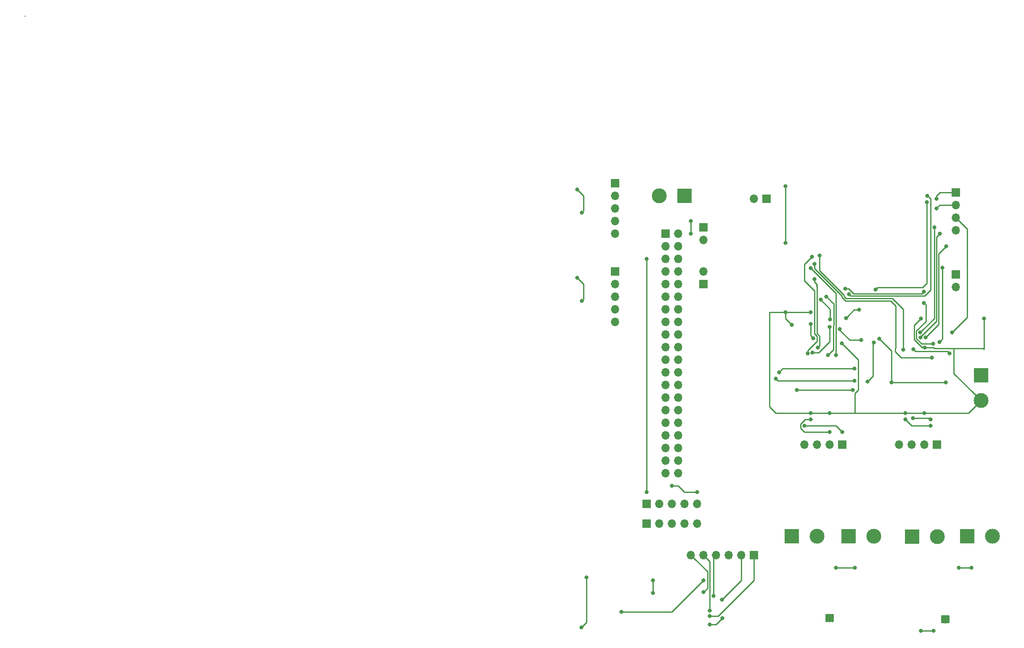
<source format=gbr>
G04 #@! TF.GenerationSoftware,KiCad,Pcbnew,(5.1.4-0-10_14)*
G04 #@! TF.CreationDate,2019-11-07T21:51:41+09:00*
G04 #@! TF.ProjectId,underwater,756e6465-7277-4617-9465-722e6b696361,rev?*
G04 #@! TF.SameCoordinates,Original*
G04 #@! TF.FileFunction,Copper,L2,Bot*
G04 #@! TF.FilePolarity,Positive*
%FSLAX46Y46*%
G04 Gerber Fmt 4.6, Leading zero omitted, Abs format (unit mm)*
G04 Created by KiCad (PCBNEW (5.1.4-0-10_14)) date 2019-11-07 21:51:41*
%MOMM*%
%LPD*%
G04 APERTURE LIST*
%ADD10R,1.700000X1.700000*%
%ADD11O,1.700000X1.700000*%
%ADD12C,0.500000*%
%ADD13C,0.100000*%
%ADD14C,1.680000*%
%ADD15C,3.000000*%
%ADD16R,3.000000X3.000000*%
%ADD17C,0.800000*%
%ADD18C,0.250000*%
G04 APERTURE END LIST*
D10*
X125095000Y-102235000D03*
D11*
X127635000Y-102235000D03*
X130175000Y-102235000D03*
X132715000Y-102235000D03*
X135255000Y-102235000D03*
X135255000Y-98299999D03*
X132715000Y-98299999D03*
X130175000Y-98299999D03*
X127635000Y-98299999D03*
D10*
X125095000Y-98299999D03*
X128905000Y-43815000D03*
D11*
X131445000Y-43815000D03*
X128905000Y-46355000D03*
X131445000Y-46355000D03*
X128905000Y-48895000D03*
X131445000Y-48895000D03*
X128905000Y-51435000D03*
X131445000Y-51435000D03*
X128905000Y-53975000D03*
X131445000Y-53975000D03*
X128905000Y-56515000D03*
X131445000Y-56515000D03*
X128905000Y-59055000D03*
X131445000Y-59055000D03*
X128905000Y-61595000D03*
X131445000Y-61595000D03*
X128905000Y-64135000D03*
X131445000Y-64135000D03*
X128905000Y-66675000D03*
X131445000Y-66675000D03*
X128905000Y-69215000D03*
X131445000Y-69215000D03*
X128905000Y-71755000D03*
X131445000Y-71755000D03*
X128905000Y-74295000D03*
X131445000Y-74295000D03*
X128905000Y-76835000D03*
X131445000Y-76835000D03*
X128905000Y-79375000D03*
X131445000Y-79375000D03*
X128905000Y-81915000D03*
X131445000Y-81915000D03*
X128905000Y-84455000D03*
X131445000Y-84455000D03*
X128905000Y-86995000D03*
X131445000Y-86995000D03*
X128905000Y-89535000D03*
X131445000Y-89535000D03*
X128905000Y-92075000D03*
X131445000Y-92075000D03*
D12*
X184637500Y-122125000D03*
X184637500Y-120945000D03*
X185817500Y-122125000D03*
X185817500Y-120945000D03*
D13*
G36*
X185842004Y-120696204D02*
G01*
X185866273Y-120699804D01*
X185890071Y-120705765D01*
X185913171Y-120714030D01*
X185935349Y-120724520D01*
X185956393Y-120737133D01*
X185976098Y-120751747D01*
X185994277Y-120768223D01*
X186010753Y-120786402D01*
X186025367Y-120806107D01*
X186037980Y-120827151D01*
X186048470Y-120849329D01*
X186056735Y-120872429D01*
X186062696Y-120896227D01*
X186066296Y-120920496D01*
X186067500Y-120945000D01*
X186067500Y-122125000D01*
X186066296Y-122149504D01*
X186062696Y-122173773D01*
X186056735Y-122197571D01*
X186048470Y-122220671D01*
X186037980Y-122242849D01*
X186025367Y-122263893D01*
X186010753Y-122283598D01*
X185994277Y-122301777D01*
X185976098Y-122318253D01*
X185956393Y-122332867D01*
X185935349Y-122345480D01*
X185913171Y-122355970D01*
X185890071Y-122364235D01*
X185866273Y-122370196D01*
X185842004Y-122373796D01*
X185817500Y-122375000D01*
X184637500Y-122375000D01*
X184612996Y-122373796D01*
X184588727Y-122370196D01*
X184564929Y-122364235D01*
X184541829Y-122355970D01*
X184519651Y-122345480D01*
X184498607Y-122332867D01*
X184478902Y-122318253D01*
X184460723Y-122301777D01*
X184444247Y-122283598D01*
X184429633Y-122263893D01*
X184417020Y-122242849D01*
X184406530Y-122220671D01*
X184398265Y-122197571D01*
X184392304Y-122173773D01*
X184388704Y-122149504D01*
X184387500Y-122125000D01*
X184387500Y-120945000D01*
X184388704Y-120920496D01*
X184392304Y-120896227D01*
X184398265Y-120872429D01*
X184406530Y-120849329D01*
X184417020Y-120827151D01*
X184429633Y-120806107D01*
X184444247Y-120786402D01*
X184460723Y-120768223D01*
X184478902Y-120751747D01*
X184498607Y-120737133D01*
X184519651Y-120724520D01*
X184541829Y-120714030D01*
X184564929Y-120705765D01*
X184588727Y-120699804D01*
X184612996Y-120696204D01*
X184637500Y-120695000D01*
X185817500Y-120695000D01*
X185842004Y-120696204D01*
X185842004Y-120696204D01*
G37*
D14*
X185227500Y-121535000D03*
D13*
G36*
X162539504Y-120446204D02*
G01*
X162563773Y-120449804D01*
X162587571Y-120455765D01*
X162610671Y-120464030D01*
X162632849Y-120474520D01*
X162653893Y-120487133D01*
X162673598Y-120501747D01*
X162691777Y-120518223D01*
X162708253Y-120536402D01*
X162722867Y-120556107D01*
X162735480Y-120577151D01*
X162745970Y-120599329D01*
X162754235Y-120622429D01*
X162760196Y-120646227D01*
X162763796Y-120670496D01*
X162765000Y-120695000D01*
X162765000Y-121875000D01*
X162763796Y-121899504D01*
X162760196Y-121923773D01*
X162754235Y-121947571D01*
X162745970Y-121970671D01*
X162735480Y-121992849D01*
X162722867Y-122013893D01*
X162708253Y-122033598D01*
X162691777Y-122051777D01*
X162673598Y-122068253D01*
X162653893Y-122082867D01*
X162632849Y-122095480D01*
X162610671Y-122105970D01*
X162587571Y-122114235D01*
X162563773Y-122120196D01*
X162539504Y-122123796D01*
X162515000Y-122125000D01*
X161335000Y-122125000D01*
X161310496Y-122123796D01*
X161286227Y-122120196D01*
X161262429Y-122114235D01*
X161239329Y-122105970D01*
X161217151Y-122095480D01*
X161196107Y-122082867D01*
X161176402Y-122068253D01*
X161158223Y-122051777D01*
X161141747Y-122033598D01*
X161127133Y-122013893D01*
X161114520Y-121992849D01*
X161104030Y-121970671D01*
X161095765Y-121947571D01*
X161089804Y-121923773D01*
X161086204Y-121899504D01*
X161085000Y-121875000D01*
X161085000Y-120695000D01*
X161086204Y-120670496D01*
X161089804Y-120646227D01*
X161095765Y-120622429D01*
X161104030Y-120599329D01*
X161114520Y-120577151D01*
X161127133Y-120556107D01*
X161141747Y-120536402D01*
X161158223Y-120518223D01*
X161176402Y-120501747D01*
X161196107Y-120487133D01*
X161217151Y-120474520D01*
X161239329Y-120464030D01*
X161262429Y-120455765D01*
X161286227Y-120449804D01*
X161310496Y-120446204D01*
X161335000Y-120445000D01*
X162515000Y-120445000D01*
X162539504Y-120446204D01*
X162539504Y-120446204D01*
G37*
D14*
X161925000Y-121285000D03*
D12*
X162515000Y-120695000D03*
X162515000Y-121875000D03*
X161335000Y-120695000D03*
X161335000Y-121875000D03*
D15*
X183642000Y-104902000D03*
D16*
X178562000Y-104902000D03*
X189611000Y-104775000D03*
D15*
X194691000Y-104775000D03*
D16*
X132715000Y-36195000D03*
D15*
X127635000Y-36195000D03*
D10*
X136525000Y-53975000D03*
D11*
X136525000Y-51435000D03*
X118745000Y-43815000D03*
X118745000Y-41275000D03*
X118745000Y-38735000D03*
X118745000Y-36195000D03*
D10*
X118745000Y-33655000D03*
X118745000Y-51435000D03*
D11*
X118745000Y-53975000D03*
X118745000Y-56515000D03*
X118745000Y-59055000D03*
X118745000Y-61595000D03*
D10*
X146685000Y-108585000D03*
D11*
X144145000Y-108585000D03*
X141605000Y-108585000D03*
X139065000Y-108585000D03*
X136525000Y-108585000D03*
X133985000Y-108585000D03*
D10*
X136525000Y-42545000D03*
D11*
X136525000Y-45085000D03*
X146685000Y-36830000D03*
D10*
X149225000Y-36830000D03*
D11*
X187325000Y-54610000D03*
D10*
X187325000Y-52070000D03*
X187325000Y-35560000D03*
D11*
X187325000Y-38100000D03*
X187325000Y-40640000D03*
X187325000Y-43180000D03*
D16*
X154305000Y-104775000D03*
D15*
X159385000Y-104775000D03*
X170815000Y-104775000D03*
D16*
X165735000Y-104775000D03*
D15*
X192405000Y-77470000D03*
D16*
X192405000Y-72390000D03*
D11*
X156845000Y-86360000D03*
X159385000Y-86360000D03*
X161925000Y-86360000D03*
D10*
X164465000Y-86360000D03*
X183515000Y-86360000D03*
D11*
X180975000Y-86360000D03*
X178435000Y-86360000D03*
X175895000Y-86360000D03*
D17*
X187880000Y-111125000D03*
X190500000Y-111125000D03*
X167005000Y-111125000D03*
X163195000Y-111125000D03*
X153035000Y-45720000D03*
X153035000Y-34290000D03*
X153035000Y-59690000D03*
X158115000Y-59690000D03*
X158115000Y-80010000D03*
X161925000Y-80010000D03*
X177165000Y-80010000D03*
X180975000Y-80010000D03*
X138520000Y-116840000D03*
X135255000Y-95885000D03*
X130175000Y-94615000D03*
X164399142Y-65974142D03*
X154305000Y-62230000D03*
X180340000Y-60960000D03*
X193040000Y-60960000D03*
X181102000Y-66802000D03*
X126365000Y-113665000D03*
X126365000Y-116205000D03*
X112025000Y-39635000D03*
X111125000Y-34925000D03*
X112025000Y-57415000D03*
X111125000Y-52705000D03*
X133985000Y-43815000D03*
X133985000Y-41275000D03*
X125095000Y-48895000D03*
X125095000Y-95885000D03*
X185293000Y-73787000D03*
X174371000Y-73787000D03*
X155321000Y-75311000D03*
X166624004Y-75311000D03*
X158105990Y-62093990D03*
X158623000Y-64897000D03*
X171958000Y-65024000D03*
X168275000Y-65278000D03*
X163920000Y-63087427D03*
X186563000Y-63754004D03*
X186055000Y-67945000D03*
X178805000Y-67097000D03*
X182880000Y-123825000D03*
X182880000Y-123825000D03*
X180340000Y-123825000D03*
X137795000Y-119765000D03*
X140244999Y-117565001D03*
X137795000Y-120878600D03*
X136525000Y-116115000D03*
X120015000Y-120015000D03*
X136525000Y-113665000D03*
X137795000Y-122555000D03*
X140335000Y-121285000D03*
X158115000Y-50800000D03*
X163195000Y-68326000D03*
X158840000Y-49989363D03*
X182470885Y-68802849D03*
X157506402Y-67961945D03*
X158368998Y-48514000D03*
X159893000Y-48260000D03*
X176784000Y-67183000D03*
X159516660Y-66806660D03*
X158876996Y-52959000D03*
X160110000Y-57150000D03*
X165050152Y-54920154D03*
X180862654Y-55559561D03*
X162052000Y-61087000D03*
X161290000Y-56515000D03*
X161601606Y-68282562D03*
X180885000Y-57785000D03*
X182762413Y-66076990D03*
X184658000Y-50673000D03*
X184009776Y-65698962D03*
X185420000Y-46355000D03*
X181251624Y-64764411D03*
X184150000Y-43815000D03*
X180252192Y-64798462D03*
X182970000Y-42545000D03*
X151765000Y-71755000D03*
X166945844Y-71033261D03*
X180136026Y-63755332D03*
X183425000Y-38735000D03*
X183425000Y-36830000D03*
X181520000Y-37465000D03*
X169545000Y-73660000D03*
X151130000Y-73025000D03*
X166949015Y-73446251D03*
X170815000Y-65786000D03*
X171196000Y-55118000D03*
X181610000Y-36195000D03*
X158496002Y-67818000D03*
X165825010Y-56082011D03*
X161925000Y-62611000D03*
X167894000Y-59182000D03*
X165227000Y-60833000D03*
X161925000Y-83820000D03*
X158115000Y-81280000D03*
X156845000Y-82550000D03*
X164465000Y-83820000D03*
X177165000Y-81280000D03*
X182245000Y-82550000D03*
X178730000Y-80985000D03*
X182245000Y-81280000D03*
X113011500Y-113138500D03*
X112014000Y-123190000D03*
D18*
X187880000Y-111125000D02*
X190500000Y-111125000D01*
X167005000Y-111125000D02*
X163195000Y-111125000D01*
X153035000Y-45720000D02*
X153035000Y-34290000D01*
X153035000Y-59690000D02*
X158115000Y-59690000D01*
X158115000Y-80010000D02*
X161925000Y-80010000D01*
X161925000Y-80010000D02*
X177165000Y-80010000D01*
X177165000Y-80010000D02*
X180975000Y-80010000D01*
X189865000Y-80010000D02*
X192405000Y-77470000D01*
X180975000Y-80010000D02*
X189865000Y-80010000D01*
X138520000Y-109130000D02*
X139065000Y-108585000D01*
X138520000Y-116840000D02*
X138520000Y-109130000D01*
X132715000Y-95885000D02*
X131445000Y-94615000D01*
X135255000Y-95885000D02*
X132715000Y-95885000D01*
X131445000Y-94615000D02*
X130175000Y-94615000D01*
X153035000Y-59690000D02*
X153035000Y-60960000D01*
X153035000Y-60960000D02*
X154305000Y-62230000D01*
X158115000Y-80010000D02*
X151130000Y-80010000D01*
X151130000Y-80010000D02*
X149860000Y-78740000D01*
X149860000Y-78740000D02*
X149860000Y-59690000D01*
X149860000Y-59690000D02*
X153035000Y-59690000D01*
X167674017Y-69249017D02*
X167674017Y-75333987D01*
X164399142Y-65974142D02*
X167674017Y-69249017D01*
X167674017Y-75333987D02*
X167005000Y-76003004D01*
X167005000Y-76003004D02*
X167005000Y-80010000D01*
X190905001Y-75970001D02*
X192405000Y-77470000D01*
X193040000Y-67130000D02*
X193040000Y-60960000D01*
X192839000Y-66929000D02*
X193040000Y-67130000D01*
X183007000Y-66929000D02*
X183769000Y-66929000D01*
X186944000Y-67056000D02*
X187071000Y-66929000D01*
X186944000Y-72009000D02*
X186944000Y-67056000D01*
X187071000Y-66929000D02*
X192839000Y-66929000D01*
X186944000Y-72009000D02*
X190905001Y-75970001D01*
X183769000Y-66929000D02*
X187071000Y-66929000D01*
X180340000Y-60960000D02*
X178961014Y-62338986D01*
X178961014Y-65226699D02*
X180536315Y-66802000D01*
X182843000Y-66802000D02*
X183007000Y-66966000D01*
X178961014Y-62338986D02*
X178961014Y-65226699D01*
X181102000Y-66802000D02*
X182843000Y-66802000D01*
X180536315Y-66802000D02*
X181102000Y-66802000D01*
X126365000Y-113665000D02*
X126365000Y-116205000D01*
X112424999Y-39235001D02*
X112424999Y-36224999D01*
X112025000Y-39635000D02*
X112424999Y-39235001D01*
X112424999Y-36224999D02*
X111125000Y-34925000D01*
X112025000Y-57415000D02*
X112424999Y-57015001D01*
X112424999Y-57015001D02*
X112424999Y-54004999D01*
X112424999Y-54004999D02*
X111125000Y-52705000D01*
X133985000Y-43815000D02*
X133985000Y-41275000D01*
X125095000Y-48895000D02*
X125095000Y-95885000D01*
X185293000Y-73787000D02*
X174371000Y-73787000D01*
X155321000Y-75311000D02*
X166624004Y-75311000D01*
X158105990Y-62093990D02*
X158105990Y-64379990D01*
X158105990Y-64379990D02*
X158223001Y-64497001D01*
X158223001Y-64497001D02*
X158623000Y-64897000D01*
X174371000Y-73787000D02*
X174371000Y-67437000D01*
X172357999Y-65423999D02*
X171958000Y-65024000D01*
X174371000Y-67437000D02*
X172357999Y-65423999D01*
X168275000Y-65278000D02*
X165989000Y-65278000D01*
X165989000Y-65278000D02*
X163830000Y-63119000D01*
X163888427Y-63119000D02*
X163920000Y-63087427D01*
X163830000Y-63119000D02*
X163888427Y-63119000D01*
X186962999Y-63354005D02*
X186563000Y-63754004D01*
X189611000Y-60706004D02*
X186962999Y-63354005D01*
X189611000Y-42926000D02*
X189611000Y-60706004D01*
X187325000Y-40640000D02*
X189611000Y-42926000D01*
X178805000Y-67097000D02*
X179235001Y-67527001D01*
X179235001Y-67527001D02*
X185637001Y-67527001D01*
X185637001Y-67527001D02*
X186055000Y-67945000D01*
X182880000Y-123825000D02*
X180340000Y-123825000D01*
X137795000Y-109855000D02*
X136525000Y-108585000D01*
X137795000Y-119765000D02*
X137795000Y-109855000D01*
X140244999Y-117565001D02*
X144145000Y-113665000D01*
X144145000Y-113665000D02*
X144145000Y-108585000D01*
X137795000Y-120878600D02*
X139471400Y-120878600D01*
X146685000Y-113665000D02*
X146685000Y-108585000D01*
X139471400Y-120878600D02*
X146685000Y-113665000D01*
X134834999Y-109434999D02*
X133985000Y-108585000D01*
X137344990Y-111944990D02*
X134834999Y-109434999D01*
X137344990Y-115295010D02*
X137344990Y-111944990D01*
X136525000Y-116115000D02*
X137344990Y-115295010D01*
X120015000Y-120015000D02*
X130175000Y-120015000D01*
X130175000Y-120015000D02*
X136525000Y-113665000D01*
X137795000Y-122555000D02*
X139065000Y-122555000D01*
X139065000Y-122555000D02*
X140335000Y-121285000D01*
X163227013Y-55912013D02*
X163227013Y-62383402D01*
X158115000Y-50800000D02*
X163227013Y-55912013D01*
X163195000Y-62415415D02*
X163195000Y-67760315D01*
X163227013Y-62383402D02*
X163195000Y-62415415D01*
X163195000Y-67760315D02*
X163195000Y-68326000D01*
X164371678Y-56616413D02*
X165124266Y-57369001D01*
X176314847Y-68802849D02*
X181905200Y-68802849D01*
X175260000Y-66871998D02*
X175169999Y-66961999D01*
X175169999Y-66961999D02*
X175169999Y-67658001D01*
X158840000Y-50888590D02*
X164371678Y-56420268D01*
X175260000Y-58420000D02*
X175260000Y-66871998D01*
X174209001Y-57369001D02*
X175260000Y-58420000D01*
X164371678Y-56420268D02*
X164371678Y-56616413D01*
X181905200Y-68802849D02*
X182470885Y-68802849D01*
X158840000Y-49989363D02*
X158840000Y-50888590D01*
X175169999Y-67658001D02*
X176314847Y-68802849D01*
X165124266Y-57369001D02*
X174209001Y-57369001D01*
X157506402Y-67961945D02*
X157506402Y-67352913D01*
X158840001Y-64040997D02*
X158840001Y-55335001D01*
X156845000Y-50037998D02*
X157968999Y-48913999D01*
X157506402Y-67352913D02*
X159348002Y-65511313D01*
X158840001Y-55335001D02*
X156845000Y-53340000D01*
X159348002Y-64548998D02*
X158840001Y-64040997D01*
X157968999Y-48913999D02*
X158368998Y-48514000D01*
X156845000Y-53340000D02*
X156845000Y-50037998D01*
X159348002Y-65511313D02*
X159348002Y-64548998D01*
X176784000Y-59114823D02*
X174539200Y-56870023D01*
X165261699Y-56870023D02*
X164821689Y-56430013D01*
X164821689Y-56206011D02*
X159893000Y-51277322D01*
X159893000Y-51277322D02*
X159893000Y-48825685D01*
X174539200Y-56870023D02*
X165261699Y-56870023D01*
X159893000Y-48825685D02*
X159893000Y-48260000D01*
X176784000Y-67183000D02*
X176784000Y-59114823D01*
X164821689Y-56430013D02*
X164821689Y-56206011D01*
X159916659Y-66406661D02*
X159916659Y-64481244D01*
X158895999Y-53612999D02*
X158876996Y-53593996D01*
X159290010Y-54007010D02*
X158895999Y-53612999D01*
X159290010Y-54515010D02*
X159290010Y-54007010D01*
X159516660Y-66806660D02*
X159916659Y-66406661D01*
X159385000Y-63949585D02*
X159385000Y-54102000D01*
X159916659Y-64481244D02*
X159385000Y-63949585D01*
X159385000Y-54102000D02*
X158895999Y-53612999D01*
X158876996Y-53524685D02*
X158876996Y-52959000D01*
X158876996Y-53593996D02*
X158876996Y-53524685D01*
X162052000Y-59092000D02*
X162052000Y-60521315D01*
X160110000Y-57150000D02*
X162052000Y-59092000D01*
X162052000Y-60521315D02*
X162052000Y-61087000D01*
X166786002Y-55970001D02*
X180452214Y-55970001D01*
X165050152Y-54920154D02*
X165736155Y-54920154D01*
X165736155Y-54920154D02*
X166786002Y-55970001D01*
X180452214Y-55970001D02*
X180462655Y-55959560D01*
X180462655Y-55959560D02*
X180862654Y-55559561D01*
X162777002Y-58002002D02*
X162777002Y-62197002D01*
X162650001Y-62324003D02*
X162650001Y-67234167D01*
X162650001Y-67234167D02*
X162001605Y-67882563D01*
X162001605Y-67882563D02*
X161601606Y-68282562D01*
X162777002Y-62197002D02*
X162650001Y-62324003D01*
X161290000Y-56515000D02*
X162777002Y-58002002D01*
X180885000Y-57785000D02*
X181284999Y-58184999D01*
X181284999Y-58184999D02*
X181284999Y-61533357D01*
X182196728Y-66076990D02*
X182762413Y-66076990D01*
X179411025Y-63407331D02*
X179411025Y-64982615D01*
X180505400Y-66076990D02*
X182196728Y-66076990D01*
X179411025Y-64982615D02*
X180505400Y-66076990D01*
X181284999Y-61533357D02*
X179411025Y-63407331D01*
X184658000Y-65050738D02*
X184409775Y-65298963D01*
X184658000Y-50673000D02*
X184658000Y-65050738D01*
X184409775Y-65298963D02*
X184009776Y-65698962D01*
X185420000Y-46355000D02*
X183870022Y-47904978D01*
X181651623Y-64364412D02*
X181251624Y-64764411D01*
X183870022Y-62146013D02*
X181651623Y-64364412D01*
X183870022Y-47904978D02*
X183870022Y-62146013D01*
X184150000Y-43815000D02*
X183420011Y-44544989D01*
X183420011Y-61496667D02*
X180252192Y-64664486D01*
X180252192Y-64664486D02*
X180252192Y-64798462D01*
X183420011Y-44544989D02*
X183420011Y-61496667D01*
X166380159Y-71033261D02*
X166945844Y-71033261D01*
X152486739Y-71033261D02*
X166380159Y-71033261D01*
X151765000Y-71755000D02*
X152486739Y-71033261D01*
X180536025Y-63355333D02*
X180136026Y-63755332D01*
X182970000Y-60921358D02*
X180536025Y-63355333D01*
X182970000Y-42545000D02*
X182970000Y-60921358D01*
X183425000Y-38735000D02*
X184060000Y-38100000D01*
X184060000Y-38100000D02*
X187325000Y-38100000D01*
X183425000Y-36264315D02*
X184129315Y-35560000D01*
X183425000Y-36830000D02*
X183425000Y-36264315D01*
X184129315Y-35560000D02*
X187325000Y-35560000D01*
X151551251Y-73446251D02*
X166383330Y-73446251D01*
X151130000Y-73025000D02*
X151551251Y-73446251D01*
X166383330Y-73446251D02*
X166949015Y-73446251D01*
X170688000Y-65913000D02*
X170815000Y-65786000D01*
X170688000Y-72517000D02*
X170688000Y-65913000D01*
X169545000Y-73660000D02*
X170688000Y-72517000D01*
X171595999Y-54718001D02*
X171196000Y-55118000D01*
X180612999Y-54718001D02*
X171595999Y-54718001D01*
X181520000Y-53811000D02*
X180612999Y-54718001D01*
X181520000Y-37465000D02*
X181520000Y-53811000D01*
X182009999Y-36594999D02*
X181610000Y-36195000D01*
X182245001Y-36830001D02*
X182009999Y-36594999D01*
X181610000Y-36195000D02*
X182245001Y-36830001D01*
X182245001Y-36830001D02*
X182245001Y-37813001D01*
X0Y0D02*
X0Y2820D01*
X161925000Y-63176685D02*
X161925000Y-62611000D01*
X158496002Y-67818000D02*
X159753510Y-67818000D01*
X159753510Y-67818000D02*
X161925000Y-65646510D01*
X161925000Y-65646510D02*
X161925000Y-63176685D01*
X182244999Y-55239357D02*
X181064344Y-56420012D01*
X182244999Y-42196999D02*
X182244999Y-55239357D01*
X182245001Y-42196997D02*
X182244999Y-42196999D01*
X182245001Y-36830001D02*
X182245001Y-42196997D01*
X181064344Y-56420012D02*
X166163011Y-56420012D01*
X166163011Y-56420012D02*
X165825010Y-56082011D01*
X167894000Y-59182000D02*
X166878000Y-59182000D01*
X166878000Y-59182000D02*
X165626999Y-60433001D01*
X165626999Y-60433001D02*
X165227000Y-60833000D01*
X161925000Y-83820000D02*
X157041998Y-83820000D01*
X157041998Y-83820000D02*
X156845000Y-83820000D01*
X156119999Y-82201999D02*
X157041998Y-81280000D01*
X156119999Y-83094999D02*
X156119999Y-82201999D01*
X156845000Y-83820000D02*
X156119999Y-83094999D01*
X157041998Y-81280000D02*
X158115000Y-81280000D01*
X156845000Y-82550000D02*
X163195000Y-82550000D01*
X163195000Y-82550000D02*
X164465000Y-83820000D01*
X177165000Y-81280000D02*
X178435000Y-82550000D01*
X178435000Y-82550000D02*
X182245000Y-82550000D01*
X178730000Y-80985000D02*
X181950000Y-80985000D01*
X181950000Y-80985000D02*
X182245000Y-81280000D01*
X113011500Y-113138500D02*
X113011500Y-122192500D01*
X113011500Y-122192500D02*
X112014000Y-123190000D01*
M02*

</source>
